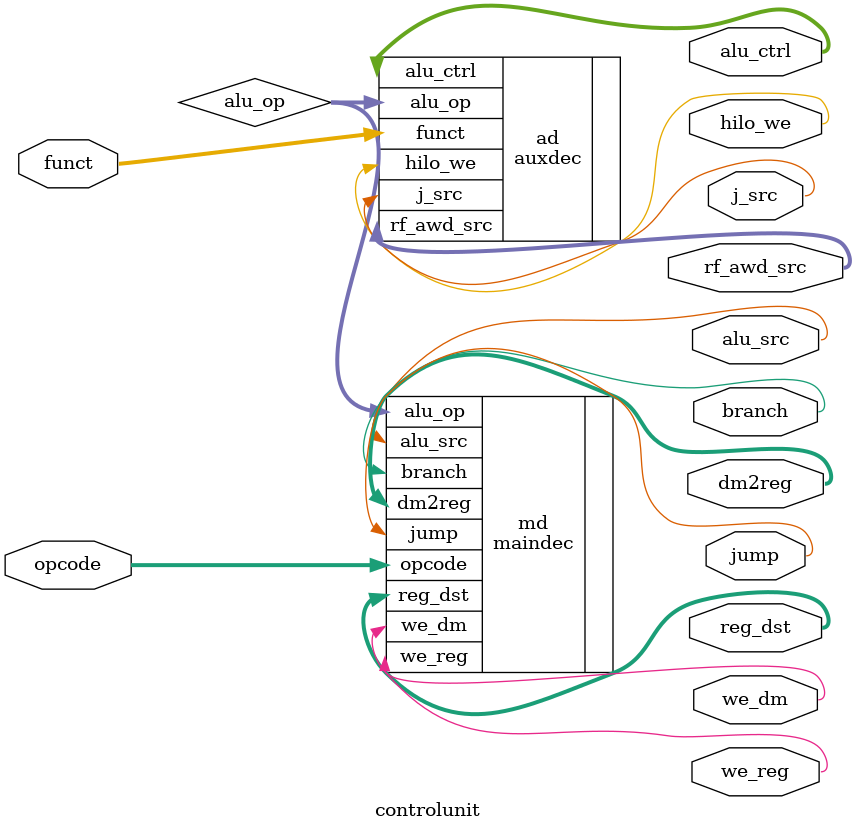
<source format=v>
module controlunit (
    input  wire [5:0] opcode,
    input  wire [5:0] funct,
    output wire       we_reg,
    output wire       alu_src,
    output wire       branch,
    output wire       we_dm,
    output wire       jump,
    output wire [2:0] alu_ctrl,
    output wire [1:0] reg_dst,
    output wire [1:0] dm2reg,
    output wire [1:0] rf_awd_src,
    output wire       hilo_we,
    output wire       j_src
);
  wire [1:0] alu_op;

  maindec md (
      .opcode (opcode),
      .we_reg (we_reg),
      .reg_dst(reg_dst),
      .alu_src(alu_src),
      .branch (branch),
      .we_dm  (we_dm),
      .dm2reg (dm2reg),
      .alu_op (alu_op),
      .jump   (jump)
  );

  auxdec ad (
      .alu_op    (alu_op),
      .funct     (funct),
      .alu_ctrl  (alu_ctrl),
      .rf_awd_src(rf_awd_src),
      .hilo_we   (hilo_we),
      .j_src     (j_src)
  );
endmodule


</source>
